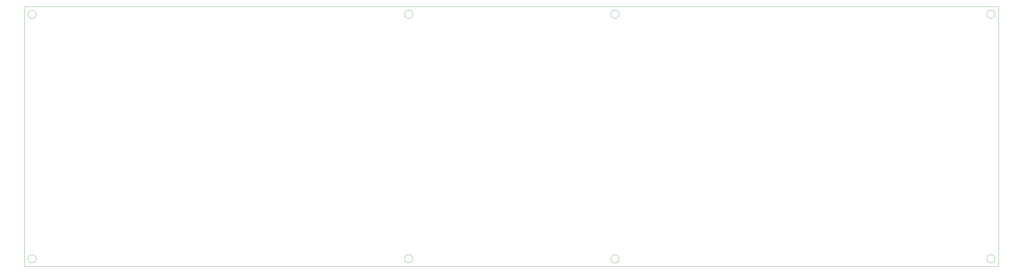
<source format=gm1>
G04 #@! TF.GenerationSoftware,KiCad,Pcbnew,(5.1.2)-1*
G04 #@! TF.CreationDate,2019-05-03T22:44:58-04:00*
G04 #@! TF.ProjectId,Ergonomic_Ortholinear_Keyboard,4572676f-6e6f-46d6-9963-5f4f7274686f,rev?*
G04 #@! TF.SameCoordinates,Original*
G04 #@! TF.FileFunction,Profile,NP*
%FSLAX46Y46*%
G04 Gerber Fmt 4.6, Leading zero omitted, Abs format (unit mm)*
G04 Created by KiCad (PCBNEW (5.1.2)-1) date 2019-05-03 22:44:58*
%MOMM*%
%LPD*%
G04 APERTURE LIST*
%ADD10C,0.050000*%
G04 APERTURE END LIST*
D10*
X206510000Y-28310000D02*
G75*
G03X206510000Y-28310000I-1270000J0D01*
G01*
X142980000Y-28310000D02*
G75*
G03X142980000Y-28310000I-1270000J0D01*
G01*
X142980000Y-103610000D02*
G75*
G03X142980000Y-103610000I-1270000J0D01*
G01*
X206510000Y-103610000D02*
G75*
G03X206510000Y-103610000I-1270000J0D01*
G01*
X26990000Y-103610000D02*
G75*
G03X26990000Y-103610000I-1270000J0D01*
G01*
X322290000Y-103610000D02*
G75*
G03X322290000Y-103610000I-1270000J0D01*
G01*
X322290000Y-28310000D02*
G75*
G03X322290000Y-28310000I-1270000J0D01*
G01*
X26990000Y-28310000D02*
G75*
G03X26990000Y-28310000I-1270000J0D01*
G01*
X23370000Y-25960000D02*
X323370000Y-25960000D01*
X23370000Y-25960000D02*
X23370000Y-105960000D01*
X323370000Y-25960000D02*
X323370000Y-105960000D01*
X23370000Y-105960000D02*
X323370000Y-105960000D01*
M02*

</source>
